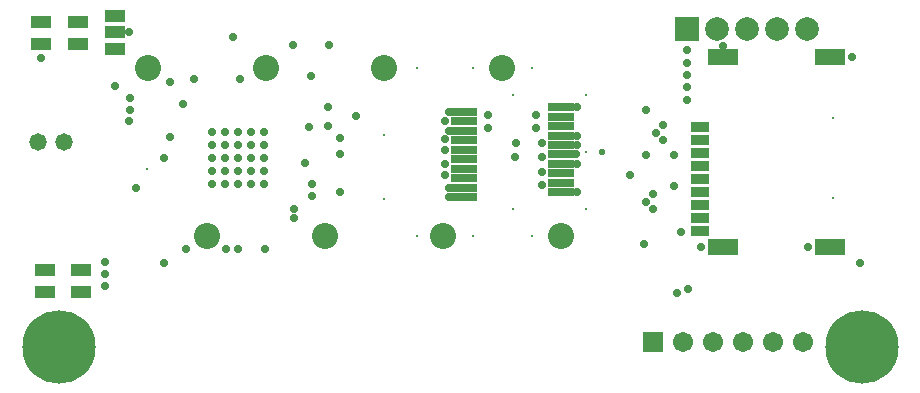
<source format=gts>
G04*
G04 #@! TF.GenerationSoftware,Altium Limited,Altium Designer,22.8.2 (66)*
G04*
G04 Layer_Color=8388736*
%FSLAX44Y44*%
%MOMM*%
G71*
G04*
G04 #@! TF.SameCoordinates,0D078035-4FBF-4C44-B062-B1887B6B3753*
G04*
G04*
G04 #@! TF.FilePolarity,Negative*
G04*
G01*
G75*
%ADD18R,1.7018X1.0160*%
%ADD19R,2.2032X0.7032*%
%ADD20R,2.6032X1.3232*%
%ADD21R,1.6032X0.8232*%
%ADD22R,1.7032X1.1032*%
%ADD23C,0.2032*%
%ADD24C,2.2032*%
%ADD25C,1.7032*%
%ADD26R,2.0032X2.0032*%
%ADD27C,2.0032*%
%ADD28R,1.7032X1.7032*%
%ADD29C,6.2032*%
%ADD30C,0.5532*%
%ADD31C,0.7032*%
%ADD32C,1.4732*%
G36*
X763524Y966470D02*
X757428Y962406D01*
X755396D01*
Y970534D01*
X757936D01*
X763524Y966470D01*
D02*
G37*
G36*
Y980440D02*
X757428Y976376D01*
X755396D01*
Y984504D01*
X757936D01*
X763524Y980440D01*
D02*
G37*
G36*
Y994410D02*
X757428Y990346D01*
X755396D01*
Y998474D01*
X757936D01*
X763524Y994410D01*
D02*
G37*
D18*
X762889D02*
D03*
Y966470D02*
D03*
Y980440D02*
D03*
D19*
X1140580Y916740D02*
D03*
Y908740D02*
D03*
Y900740D02*
D03*
Y892740D02*
D03*
Y884740D02*
D03*
X1058580Y840740D02*
D03*
Y848740D02*
D03*
Y856740D02*
D03*
Y864740D02*
D03*
Y872740D02*
D03*
Y880740D02*
D03*
Y888740D02*
D03*
Y896740D02*
D03*
Y904740D02*
D03*
X1140580Y876740D02*
D03*
Y868740D02*
D03*
Y860740D02*
D03*
Y852740D02*
D03*
Y844740D02*
D03*
X1058580Y912740D02*
D03*
D20*
X1367790Y959490D02*
D03*
X1277790D02*
D03*
X1367790Y797990D02*
D03*
X1277790D02*
D03*
D21*
X1257790Y866790D02*
D03*
Y811790D02*
D03*
Y833790D02*
D03*
Y844790D02*
D03*
Y855790D02*
D03*
Y877790D02*
D03*
Y888790D02*
D03*
Y822790D02*
D03*
Y899790D02*
D03*
D22*
X700182Y988610D02*
D03*
X731182Y970610D02*
D03*
Y988610D02*
D03*
X700182Y970610D02*
D03*
X734320Y778620D02*
D03*
Y760620D02*
D03*
X703320Y778620D02*
D03*
Y760620D02*
D03*
D23*
X1099580Y830740D02*
D03*
Y926740D02*
D03*
X1115580Y949990D02*
D03*
X1065580D02*
D03*
X1018580D02*
D03*
X1161580Y926740D02*
D03*
Y878740D02*
D03*
Y830740D02*
D03*
X1115580Y807490D02*
D03*
X1065580D02*
D03*
X1018580D02*
D03*
X990580Y893190D02*
D03*
Y839190D02*
D03*
X789580Y864190D02*
D03*
X1370754Y907990D02*
D03*
Y839990D02*
D03*
D24*
X790580Y949990D02*
D03*
X890580D02*
D03*
X990580D02*
D03*
X1090580D02*
D03*
X1040580Y807490D02*
D03*
X1140580D02*
D03*
X940580D02*
D03*
X840580D02*
D03*
D25*
X1243970Y718180D02*
D03*
X1269370D02*
D03*
X1294770D02*
D03*
X1320170D02*
D03*
X1345570D02*
D03*
D26*
X1247140Y982980D02*
D03*
D27*
X1323340D02*
D03*
X1348740D02*
D03*
X1297940D02*
D03*
X1272540D02*
D03*
D28*
X1218570Y718180D02*
D03*
D29*
X1395010Y713740D02*
D03*
X715010D02*
D03*
D30*
X1174750Y878840D02*
D03*
D31*
X1198880Y859536D02*
D03*
X1220470Y895350D02*
D03*
X1247140Y964946D02*
D03*
X1247648Y763016D02*
D03*
X1238250Y759460D02*
D03*
X1212088Y836930D02*
D03*
X1153414Y876808D02*
D03*
X927354Y899668D02*
D03*
X1118870Y910590D02*
D03*
Y899160D02*
D03*
X1123950Y862330D02*
D03*
Y850900D02*
D03*
Y886460D02*
D03*
Y875030D02*
D03*
X1153610Y884740D02*
D03*
Y892740D02*
D03*
Y844740D02*
D03*
Y868740D02*
D03*
X1045550Y896740D02*
D03*
Y912740D02*
D03*
Y848740D02*
D03*
Y840740D02*
D03*
X1042160Y868740D02*
D03*
Y880740D02*
D03*
Y889510D02*
D03*
Y904740D02*
D03*
Y859280D02*
D03*
X700182Y958850D02*
D03*
X1235710Y875890D02*
D03*
X1242060Y811530D02*
D03*
X914400Y822960D02*
D03*
Y830580D02*
D03*
X808990Y891540D02*
D03*
X1210570Y801110D02*
D03*
X820420Y919480D02*
D03*
X929640Y852170D02*
D03*
Y842010D02*
D03*
X1217930Y830390D02*
D03*
X1218040Y843390D02*
D03*
X754380Y786130D02*
D03*
Y775970D02*
D03*
Y765810D02*
D03*
X1101344Y874268D02*
D03*
X1102290Y886460D02*
D03*
X1078830Y899160D02*
D03*
Y910590D02*
D03*
X1212180Y875890D02*
D03*
Y914400D02*
D03*
X1393190Y784860D02*
D03*
X1247140Y944118D02*
D03*
Y933704D02*
D03*
Y923290D02*
D03*
Y954532D02*
D03*
X1235970Y849890D02*
D03*
X1226820Y901890D02*
D03*
X1153610Y916740D02*
D03*
X943010Y901065D02*
D03*
X953170Y890778D02*
D03*
X943010Y916940D02*
D03*
X928370Y943010D02*
D03*
X943610Y969470D02*
D03*
X913130D02*
D03*
X868680Y940400D02*
D03*
X808990Y937930D02*
D03*
X774700Y904910D02*
D03*
X829310Y940400D02*
D03*
X775300Y924560D02*
D03*
Y914400D02*
D03*
X822960Y796890D02*
D03*
X803910Y873760D02*
D03*
X780380Y848360D02*
D03*
X774700Y980440D02*
D03*
X1349170Y797990D02*
D03*
X1259170D02*
D03*
X1386410Y959490D02*
D03*
X953170Y844760D02*
D03*
X966470Y909320D02*
D03*
X762600Y934720D02*
D03*
X889550Y796710D02*
D03*
X856940D02*
D03*
X867100D02*
D03*
X1226820Y889000D02*
D03*
X1277620Y969010D02*
D03*
X862330Y976030D02*
D03*
X923290Y869950D02*
D03*
X803910Y784860D02*
D03*
X953170Y877570D02*
D03*
X889050Y896040D02*
D03*
X878050D02*
D03*
X867050D02*
D03*
X856050D02*
D03*
X845050D02*
D03*
X889050Y885040D02*
D03*
X878050D02*
D03*
X867050D02*
D03*
X856050D02*
D03*
X845050D02*
D03*
X889050Y874040D02*
D03*
X878050D02*
D03*
X867050D02*
D03*
X856050D02*
D03*
X845050D02*
D03*
X889050Y863040D02*
D03*
X878050D02*
D03*
X867050D02*
D03*
X856050D02*
D03*
X845050D02*
D03*
X889050Y852040D02*
D03*
X878050D02*
D03*
X867050D02*
D03*
X856050D02*
D03*
X845050D02*
D03*
D32*
X697230Y887290D02*
D03*
X719650D02*
D03*
M02*

</source>
